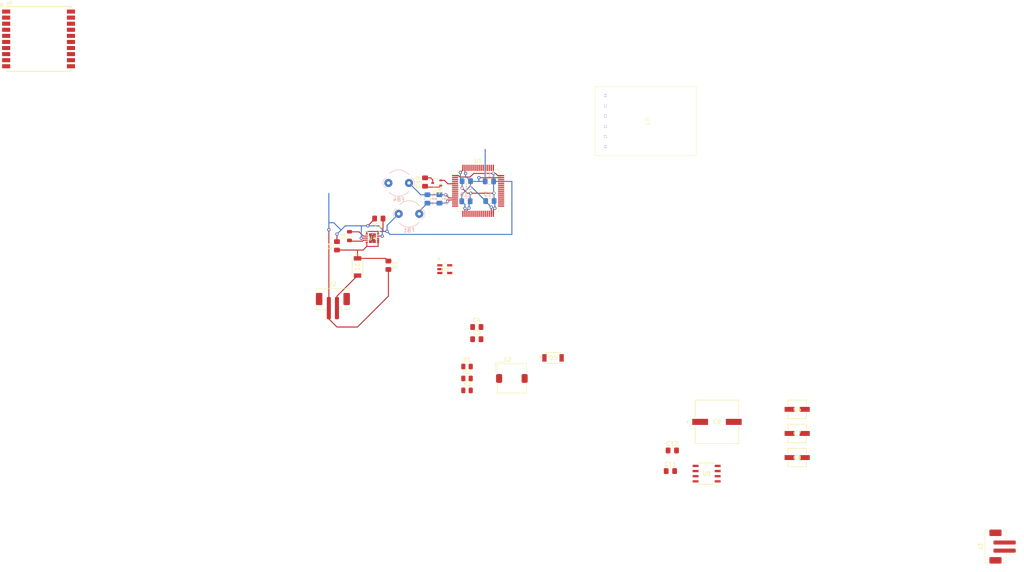
<source format=kicad_pcb>
(kicad_pcb (version 20240108) (generator "pcbnew") (generator_version "8.0")
  (layers (0 "F.Cu" signal) (31 "B.Cu" signal) (34 "B.Paste" user) (35 "F.Paste" user) (36 "B.SilkS" user "B.Silkscreen") (37 "F.SilkS" user "F.Silkscreen") (38 "B.Mask" user) (39 "F.Mask" user) (44 "Edge.Cuts" user))
  (net 0 "")
  (net 1 "Net-(D1-K)")
  (net 2 "VDDA GND Connection")
  (net 3 "Buck-Boost Voltage")
  (net 4 "Net-(D3-K)")
  (net 5 "Net-(U5-FB)")
  (net 6 "Net-(U8-BYPASS)")
  (net 7 "Net-(U8--)")
  (net 8 "Net-(C8-Pad1)")
  (net 9 "Net-(J3-Pin_2)")
  (net 10 "Net-(U1-PA1)")
  (net 11 "Net-(U8-+)")
  (net 12 "VDDA Connection")
  (net 13 "Net-(D1-A)")
  (net 14 "Net-(U4-L1)")
  (net 15 "Net-(U4-L2)")
  (net 16 "Net-(U5-EN)")
  (net 17 "Net-(J8-Pin_1)")
  (net 31 "Net-(U1-PH0)")
  (net 33 "Net-(J6-Pin_1)")
  (net 39 "Net-(U1-PC12)")
  (net 40 "Net-(U1-PA0)")
  (net 43 "Net-(J7-Pin_1)")
  (net 60 "Net-(J5-Pin_1)")
  (net 65 "Net-(U1-PD2)")
  (footprint "Capacitor_SMD:C_0805_2012Metric_Pad1.18x1.45mm_HandSolder" (layer "F.Cu") (at 191.5375 139.7)
    (property "Reference" "C11" (at 0 -1.68 0) (layer "F.SilkS"))
    (property "Value" ".1 uF")
    (pad "1" smd roundrect (at -1.0375 0) (size 1.175 1.45) (layers "F.Cu" "F.Paste" "F.Mask") (roundrect_rratio 0.212766) (net 10 "Net-(U1-PA1)"))
    (pad "2" smd roundrect (at 1.0375 0) (size 1.175 1.45) (layers "F.Cu" "F.Paste" "F.Mask") (roundrect_rratio 0.212766) (net 11 "Net-(U8-+)"))
  )
  (footprint "Connector_JST:JST_PH_B2B-PH-SM4-TB_1x02-1MP_P2.00mm_Vertical" (layer "F.Cu") (at 108.22 98.9791)
    (property "Reference" "J2" (at 0 -5.45 0) (layer "F.SilkS"))
    (property "Value" "Conn_01x02_Pin")
    (pad "1" smd roundrect (at -1 0.5) (size 1 5.5) (layers "F.Cu" "F.Paste" "F.Mask") (net 3 "Buck-Boost Voltage"))
    (pad "2" smd roundrect (at 1 0.5) (size 1 5.5) (layers "F.Cu" "F.Paste" "F.Mask") (net 13 "Net-(D1-A)"))
    (pad "MP" smd roundrect (at -3.4 -1.75) (size 1.6 3) (layers "F.Cu" "F.Paste" "F.Mask") (roundrect_rratio 0.15625))
    (pad "MP" smd roundrect (at 3.4 -1.75) (size 1.6 3) (layers "F.Cu" "F.Paste" "F.Mask") (roundrect_rratio 0.15625))
  )
  (footprint "Capacitor_SMD:C_0805_2012Metric_Pad1.18x1.45mm_HandSolder" (layer "F.Cu") (at 119.55813 77.364045 180)
    (property "Reference" "C2" (at 0 -1.68 360) (layer "F.SilkS"))
    (property "Value" "47 uF, 2.94 mOhms")
    (pad "1" smd roundrect (at -1.0375 0 180) (size 1.175 1.45) (layers "F.Cu" "F.Paste" "F.Mask") (roundrect_rratio 0.212766) (net 3 "Buck-Boost Voltage"))
    (pad "2" smd roundrect (at 1.0375 0 180) (size 1.175 1.45) (layers "F.Cu" "F.Paste" "F.Mask") (roundrect_rratio 0.212766) (net 3 "Buck-Boost Voltage"))
  )
  (footprint "Boost:MF05A" (layer "F.Cu") (at 135.8392 89.8525)
    (property "Reference" "U5" (at 0 0 0) (layer "F.SilkS"))
    (property "Value" "LM2735XMF/NOPB")
    (fp_text user "*" (at -1.4732 -2.1209 0) (layer "F.SilkS"))
    (fp_text user "*" (at -1.4732 -2.1209 0) (layer "F.SilkS"))
    (pad "1" smd rect (at -1.2192 -0.9525) (size 1.27 0.5588) (layers "F.Cu" "F.Paste" "F.Mask") (net 1 "Net-(D1-K)"))
    (pad "2" smd rect (at -1.2192 0) (size 1.27 0.5588) (layers "F.Cu" "F.Paste" "F.Mask") (net 3 "Buck-Boost Voltage"))
    (pad "3" smd rect (at -1.2192 0.9525) (size 1.27 0.5588) (layers "F.Cu" "F.Paste" "F.Mask") (net 5 "Net-(U5-FB)"))
    (pad "4" smd rect (at 1.2192 0.9525) (size 1.27 0.5588) (layers "F.Cu" "F.Paste" "F.Mask") (net 16 "Net-(U5-EN)"))
    (pad "5" smd rect (at 1.2192 -0.9525) (size 1.27 0.5588) (layers "F.Cu" "F.Paste" "F.Mask") (net 1 "Net-(D1-K)"))
  )
  (footprint "STM32 Chip:LQFP-64_10x10mm_P0.5mm" (layer "F.Cu") (at 144.07 70.525)
    (property "Reference" "U1" (at 0 -7.4 0) (layer "F.SilkS"))
    (property "Value" "STM32L476RGTx")
    (pad "1" smd roundrect (at -5.675 -3.75) (size 1.55 0.3) (layers "F.Cu" "F.Paste" "F.Mask") (net 3 "Buck-Boost Voltage"))
    (pad "2" smd roundrect (at -5.675 -3.25) (size 1.55 0.3) (layers "F.Cu" "F.Paste" "F.Mask"))
    (pad "3" smd roundrect (at -5.675 -2.75) (size 1.55 0.3) (layers "F.Cu" "F.Paste" "F.Mask"))
    (pad "4" smd roundrect (at -5.675 -2.25) (size 1.55 0.3) (layers "F.Cu" "F.Paste" "F.Mask"))
    (pad "5" smd roundrect (at -5.675 -1.75) (size 1.55 0.3) (layers "F.Cu" "F.Paste" "F.Mask") (net 31 "Net-(U1-PH0)"))
    (pad "6" smd roundrect (at -5.675 -1.25) (size 1.55 0.3) (layers "F.Cu" "F.Paste" "F.Mask"))
    (pad "7" smd roundrect (at -5.675 -0.75) (size 1.55 0.3) (layers "F.Cu" "F.Paste" "F.Mask") (net 60 "Net-(J5-Pin_1)"))
    (pad "8" smd roundrect (at -5.675 -0.25) (size 1.55 0.3) (layers "F.Cu" "F.Paste" "F.Mask"))
    (pad "9" smd roundrect (at -5.675 0.25) (size 1.55 0.3) (layers "F.Cu" "F.Paste" "F.Mask"))
    (pad "10" smd roundrect (at -5.675 0.75) (size 1.55 0.3) (layers "F.Cu" "F.Paste" "F.Mask"))
    (pad "11" smd roundrect (at -5.675 1.25) (size 1.55 0.3) (layers "F.Cu" "F.Paste" "F.Mask"))
    (pad "12" smd roundrect (at -5.675 1.75) (size 1.55 0.3) (layers "F.Cu" "F.Paste" "F.Mask") (net 2 "VDDA GND Connection"))
    (pad "13" smd roundrect (at -5.675 2.25) (size 1.55 0.3) (layers "F.Cu" "F.Paste" "F.Mask") (net 12 "VDDA Connection"))
    (pad "14" smd roundrect (at -5.675 2.75) (size 1.55 0.3) (layers "F.Cu" "F.Paste" "F.Mask") (net 40 "Net-(U1-PA0)"))
    (pad "15" smd roundrect (at -5.675 3.25) (size 1.55 0.3) (layers "F.Cu" "F.Paste" "F.Mask") (net 10 "Net-(U1-PA1)"))
    (pad "16" smd roundrect (at -5.675 3.75) (size 1.55 0.3) (layers "F.Cu" "F.Paste" "F.Mask"))
    (pad "17" smd roundrect (at -3.75 5.675) (size 0.3 1.55) (layers "F.Cu" "F.Paste" "F.Mask"))
    (pad "18" smd roundrect (at -3.25 5.675) (size 0.3 1.55) (layers "F.Cu" "F.Paste" "F.Mask") (net 3 "Buck-Boost Voltage"))
    (pad "19" smd roundrect (at -2.75 5.675) (size 0.3 1.55) (layers "F.Cu" "F.Paste" "F.Mask") (net 3 "Buck-Boost Voltage"))
    (pad "20" smd roundrect (at -2.25 5.675) (size 0.3 1.55) (layers "F.Cu" "F.Paste" "F.Mask") (net 10 "Net-(U1-PA1)"))
    (pad "21" smd roundrect (at -1.75 5.675) (size 0.3 1.55) (layers "F.Cu" "F.Paste" "F.Mask"))
    (pad "22" smd roundrect (at -1.25 5.675) (size 0.3 1.55) (layers "F.Cu" "F.Paste" "F.Mask"))
    (pad "23" smd roundrect (at -0.75 5.675) (size 0.3 1.55) (layers "F.Cu" "F.Paste" "F.Mask"))
    (pad "24" smd roundrect (at -0.25 5.675) (size 0.3 1.55) (layers "F.Cu" "F.Paste" "F.Mask"))
    (pad "25" smd roundrect (at 0.25 5.675) (size 0.3 1.55) (layers "F.Cu" "F.Paste" "F.Mask"))
    (pad "26" smd roundrect (at 0.75 5.675) (size 0.3 1.55) (layers "F.Cu" "F.Paste" "F.Mask"))
    (pad "27" smd roundrect (at 1.25 5.675) (size 0.3 1.55) (layers "F.Cu" "F.Paste" "F.Mask"))
    (pad "28" smd roundrect (at 1.75 5.675) (size 0.3 1.55) (layers "F.Cu" "F.Paste" "F.Mask"))
    (pad "29" smd roundrect (at 2.25 5.675) (size 0.3 1.55) (layers "F.Cu" "F.Paste" "F.Mask"))
    (pad "30" smd roundrect (at 2.75 5.675) (size 0.3 1.55) (layers "F.Cu" "F.Paste" "F.Mask"))
    (pad "31" smd roundrect (at 3.25 5.675) (size 0.3 1.55) (layers "F.Cu" "F.Paste" "F.Mask") (net 3 "Buck-Boost Voltage"))
    (pad "32" smd roundrect (at 3.75 5.675) (size 0.3 1.55) (layers "F.Cu" "F.Paste" "F.Mask") (net 3 "Buck-Boost Voltage"))
    (pad "33" smd roundrect (at 5.675 3.75) (size 1.55 0.3) (layers "F.Cu" "F.Paste" "F.Mask"))
    (pad "34" smd roundrect (at 5.675 3.25) (size 1.55 0.3) (layers "F.Cu" "F.Paste" "F.Mask"))
    (pad "35" smd roundrect (at 5.675 2.75) (size 1.55 0.3) (layers "F.Cu" "F.Paste" "F.Mask"))
    (pad "36" smd roundrect (at 5.675 2.25) (size 1.55 0.3) (layers "F.Cu" "F.Paste" "F.Mask"))
    (pad "37" smd roundrect (at 5.675 1.75) (size 1.55 0.3) (layers "F.Cu" "F.Paste" "F.Mask"))
    (pad "38" smd roundrect (at 5.675 1.25) (size 1.55 0.3) (layers "F.Cu" "F.Paste" "F.Mask"))
    (pad "39" smd roundrect (at 5.675 0.75) (size 1.55 0.3) (layers "F.Cu" "F.Paste" "F.Mask"))
    (pad "40" smd roundrect (at 5.675 0.25) (size 1.55 0.3) (layers "F.Cu" "F.Paste" "F.Mask"))
    (pad "41" smd roundrect (at 5.675 -0.25) (size 1.55 0.3) (layers "F.Cu" "F.Paste" "F.Mask"))
    (pad "42" smd roundrect (at 5.675 -0.75) (size 1.55 0.3) (layers "F.Cu" "F.Paste" "F.Mask"))
    (pad "43" smd roundrect (at 5.675 -1.25) (size 1.55 0.3) (layers "F.Cu" "F.Paste" "F.Mask"))
    (pad "44" smd roundrect (at 5.675 -1.75) (size 1.55 0.3) (layers "F.Cu" "F.Paste" "F.Mask"))
    (pad "45" smd roundrect (at 5.675 -2.25) (size 1.55 0.3) (layers "F.Cu" "F.Paste" "F.Mask"))
    (pad "46" smd roundrect (at 5.675 -2.75) (size 1.55 0.3) (layers "F.Cu" "F.Paste" "F.Mask") (net 43 "Net-(J7-Pin_1)"))
    (pad "47" smd roundrect (at 5.675 -3.25) (size 1.55 0.3) (layers "F.Cu" "F.Paste" "F.Mask") (net 3 "Buck-Boost Voltage"))
    (pad "48" smd roundrect (at 5.675 -3.75) (size 1.55 0.3) (layers "F.Cu" "F.Paste" "F.Mask") (net 3 "Buck-Boost Voltage"))
    (pad "49" smd roundrect (at 3.75 -5.675) (size 0.3 1.55) (layers "F.Cu" "F.Paste" "F.Mask") (net 17 "Net-(J8-Pin_1)"))
    (pad "50" smd roundrect (at 3.25 -5.675) (size 0.3 1.55) (layers "F.Cu" "F.Paste" "F.Mask"))
    (pad "51" smd roundrect (at 2.75 -5.675) (size 0.3 1.55) (layers "F.Cu" "F.Paste" "F.Mask"))
    (pad "52" smd roundrect (at 2.25 -5.675) (size 0.3 1.55) (layers "F.Cu" "F.Paste" "F.Mask"))
    (pad "53" smd roundrect (at 1.75 -5.675) (size 0.3 1.55) (layers "F.Cu" "F.Paste" "F.Mask") (net 39 "Net-(U1-PC12)"))
    (pad "54" smd roundrect (at 1.25 -5.675) (size 0.3 1.55) (layers "F.Cu" "F.Paste" "F.Mask") (net 65 "Net-(U1-PD2)"))
    (pad "55" smd roundrect (at 0.75 -5.675) (size 0.3 1.55) (layers "F.Cu" "F.Paste" "F.Mask"))
    (pad "56" smd roundrect (at 0.25 -5.675) (size 0.3 1.55) (layers "F.Cu" "F.Paste" "F.Mask"))
    (pad "57" smd roundrect (at -0.25 -5.675) (size 0.3 1.55) (layers "F.Cu" "F.Paste" "F.Mask"))
    (pad "58" smd roundrect (at -0.75 -5.675) (size 0.3 1.55) (layers "F.Cu" "F.Paste" "F.Mask"))
    (pad "59" smd roundrect (at -1.25 -5.675) (size 0.3 1.55) (layers "F.Cu" "F.Paste" "F.Mask"))
    (pad "60" smd roundrect (at -1.75 -5.675) (size 0.3 1.55) (layers "F.Cu" "F.Paste" "F.Mask") (net 33 "Net-(J6-Pin_1)"))
    (pad "61" smd roundrect (at -2.25 -5.675) (size 0.3 1.55) (layers "F.Cu" "F.Paste" "F.Mask"))
    (pad "62" smd roundrect (at -2.75 -5.675) (size 0.3 1.55) (layers "F.Cu" "F.Paste" "F.Mask"))
    (pad "63" smd roundrect (at -3.25 -5.675) (size 0.3 1.55) (layers "F.Cu" "F.Paste" "F.Mask") (net 3 "Buck-Boost Voltage"))
    (pad "64" smd roundrect (at -3.75 -5.675) (size 0.3 1.55) (layers "F.Cu" "F.Paste" "F.Mask") (net 3 "Buck-Boost Voltage"))
  )
  (footprint "Capacitor_SMD:C_0805_2012Metric_Pad1.18x1.45mm_HandSolder" (layer "F.Cu") (at 143.7425 107.15)
    (property "Reference" "C5" (at 0 -1.68 0) (layer "F.SilkS"))
    (property "Value" "22 uF, 1 mOhms")
    (pad "1" smd roundrect (at -1.0375 0) (size 1.175 1.45) (layers "F.Cu" "F.Paste" "F.Mask") (roundrect_rratio 0.212766) (net 4 "Net-(D3-K)"))
    (pad "2" smd roundrect (at 1.0375 0) (size 1.175 1.45) (layers "F.Cu" "F.Paste" "F.Mask") (roundrect_rratio 0.212766) (net 3 "Buck-Boost Voltage"))
  )
  (footprint "LoRa Chip:LoRa Chip" (layer "F.Cu") (at 185.42 53.34 -90)
    (property "Reference" "U3" (at 0 -0.5 -90) (layer "F.SilkS") (effects (font (thickness 0.1))))
    (property "Value" "~")
    (pad "1" thru_hole roundrect (at -6.35 9.96 270) (size 0.64 0.64) (drill 0.64) (layers "*.Cu" "*.Mask") (net 3 "Buck-Boost Voltage"))
    (pad "2" thru_hole roundrect (at -3.81 9.96 270) (size 0.64 0.64) (drill 0.64) (layers "*.Cu" "*.Mask") (net 3 "Buck-Boost Voltage"))
    (pad "3" thru_hole roundrect (at -1.27 9.96 270) (size 0.64 0.64) (drill 0.64) (layers "*.Cu" "*.Mask") (net 39 "Net-(U1-PC12)"))
    (pad "4" thru_hole roundrect (at 1.27 9.96 270) (size 0.64 0.64) (drill 0.64) (layers "*.Cu" "*.Mask") (net 65 "Net-(U1-PD2)"))
    (pad "5" thru_hole roundrect (at 3.81 9.96 270) (size 0.64 0.64) (drill 0.64) (layers "*.Cu" "*.Mask"))
    (pad "6" thru_hole roundrect (at 6.25 9.96 270) (size 0.64 0.64) (drill 0.64) (layers "*.Cu" "*.Mask") (net 3 "Buck-Boost Voltage"))
  )
  (footprint "Resistor_SMD:R_0805_2012Metric" (layer "F.Cu") (at 141.3275 119.79)
    (property "Reference" "R3" (at 0 -1.65 0) (layer "F.SilkS"))
    (property "Value" "30k Ohms")
    (pad "1" smd roundrect (at -0.9125 0) (size 1.025 1.4) (layers "F.Cu" "F.Paste" "F.Mask") (roundrect_rratio 0.243902) (net 5 "Net-(U5-FB)"))
    (pad "2" smd roundrect (at 0.9125 0) (size 1.025 1.4) (layers "F.Cu" "F.Paste" "F.Mask") (roundrect_rratio 0.243902) (net 4 "Net-(D3-K)"))
  )
  (footprint "Polarized Caps (.1 - 100 uF):CAP_UZE_4X3P9_NCH" (layer "F.Cu") (at 222.8342 136.366)
    (property "Reference" "C8" (at 0 0 0) (layer "F.SilkS"))
    (property "Value" ".1 uF")
    (pad "1" smd rect (at -1.8542 0) (size 2.5146 1.2192) (layers "F.Cu" "F.Paste" "F.Mask") (net 8 "Net-(C8-Pad1)"))
    (pad "2" smd rect (at 1.8542 0) (size 2.5146 1.2192) (layers "F.Cu" "F.Paste" "F.Mask") (net 3 "Buck-Boost Voltage"))
  )
  (footprint "Connector_JST:JST_PH_B2B-PH-SM4-TB_1x02-1MP_P2.00mm_Vertical" (layer "F.Cu") (at 273.53 158.34 90)
    (property "Reference" "J3" (at 0 -5.45 90) (layer "F.SilkS"))
    (property "Value" "Conn_01x02_Pin")
    (pad "1" smd roundrect (at -1 0.5 90) (size 1 5.5) (layers "F.Cu" "F.Paste" "F.Mask") (net 3 "Buck-Boost Voltage"))
    (pad "2" smd roundrect (at 1 0.5 90) (size 1 5.5) (layers "F.Cu" "F.Paste" "F.Mask") (net 9 "Net-(J3-Pin_2)"))
    (pad "MP" smd roundrect (at -3.4 -1.75 90) (size 1.6 3) (layers "F.Cu" "F.Paste" "F.Mask") (roundrect_rratio 0.15625))
    (pad "MP" smd roundrect (at 3.4 -1.75 90) (size 1.6 3) (layers "F.Cu" "F.Paste" "F.Mask") (roundrect_rratio 0.15625))
  )
  (footprint "Capacitor_SMD:C_0805_2012Metric_Pad1.18x1.45mm_HandSolder" (layer "F.Cu") (at 130.963698 68.352817 90)
    (property "Reference" "C19" (at 0 -1.68 90) (layer "F.SilkS"))
    (property "Value" ".1 uF")
    (pad "1" smd roundrect (at -1.0375 0 90) (size 1.175 1.45) (layers "F.Cu" "F.Paste" "F.Mask") (roundrect_rratio 0.212766) (net 3 "Buck-Boost Voltage"))
    (pad "2" smd roundrect (at 1.0375 0 90) (size 1.175 1.45) (layers "F.Cu" "F.Paste" "F.Mask") (roundrect_rratio 0.212766) (net 3 "Buck-Boost Voltage"))
  )
  (footprint "Polarized Caps (.1 - 100 uF):CAP_UZE_4X3P9_NCH" (layer "F.Cu") (at 222.8342 124.46)
    (property "Reference" "C6" (at 0 0 0) (layer "F.SilkS"))
    (property "Value" "100 uF")
    (pad "1" smd rect (at -1.8542 0) (size 2.5146 1.2192) (layers "F.Cu" "F.Paste" "F.Mask") (net 6 "Net-(U8-BYPASS)"))
    (pad "2" smd rect (at 1.8542 0) (size 2.5146 1.2192) (layers "F.Cu" "F.Paste" "F.Mask") (net 3 "Buck-Boost Voltage"))
  )
  (footprint "Capacitor_SMD:C_0805_2012Metric_Pad1.18x1.45mm_HandSolder" (layer "F.Cu") (at 121.92 88.9 -90)
    (property "Reference" "C3" (at 0 -1.68 90) (layer "F.SilkS"))
    (property "Value" "10 uF, 3 mOhms")
    (pad "1" smd roundrect (at -1.0375 0 270) (size 1.175 1.45) (layers "F.Cu" "F.Paste" "F.Mask") (roundrect_rratio 0.212766) (net 1 "Net-(D1-K)"))
    (pad "2" smd roundrect (at 1.0375 0 270) (size 1.175 1.45) (layers "F.Cu" "F.Paste" "F.Mask") (roundrect_rratio 0.212766) (net 3 "Buck-Boost Voltage"))
  )
  (footprint "Capacitor_SMD:C_0805_2012Metric_Pad1.18x1.45mm_HandSolder" (layer "F.Cu") (at 109.22 84.099382 90)
    (property "Reference" "C1" (at 0 -1.68 90) (layer "F.SilkS"))
    (property "Value" "10 uF, 1mOhms")
    (pad "1" smd roundrect (at -1.0375 0 90) (size 1.175 1.45) (layers "F.Cu" "F.Paste" "F.Mask") (roundrect_rratio 0.212766) (net 1 "Net-(D1-K)"))
    (pad "2" smd roundrect (at 1.0375 0 90) (size 1.175 1.45) (layers "F.Cu" "F.Paste" "F.Mask") (roundrect_rratio 0.212766) (net 3 "Buck-Boost Voltage"))
  )
  (footprint "Package_TO_SOT_SMD:SOT-323_SC-70" (layer "F.Cu") (at 133.85 68.58 180)
    (property "Reference" "U9" (at -0.05 -2.25 0) (layer "F.SilkS"))
    (property "Value" "MAX7375AXR805")
    (pad "1" smd roundrect (at -1 -0.65 90) (size 0.45 0.7) (layers "F.Cu" "F.Paste" "F.Mask") (net 3 "Buck-Boost Voltage"))
    (pad "2" smd roundrect (at -1 0.65 90) (size 0.45 0.7) (layers "F.Cu" "F.Paste" "F.Mask") (net 31 "Net-(U1-PH0)"))
    (pad "3" smd roundrect (at 1 0 90) (size 0.45 0.7) (layers "F.Cu" "F.Paste" "F.Mask") (net 3 "Buck-Boost Voltage"))
  )
  (footprint "Schottky:Schottky" (layer "F.Cu") (at 114.3 89.3191 -90)
    (property "Reference" "D1" (at 0 0 -90) (layer "F.SilkS"))
    (property "Value" "D")
    (fp_text user "*" (at -3.0353 0 90) (layer "F.SilkS"))
    (fp_text user "*" (at -3.0353 0 -90) (layer "F.SilkS"))
    (pad "1" smd rect (at -2.1209 0 270) (size 1.0668 1.8542) (layers "F.Cu" "F.Paste" "F.Mask") (net 1 "Net-(D1-K)"))
    (pad "2" smd rect (at 2.1209 0 270) (size 1.0668 1.8542) (layers "F.Cu" "F.Paste" "F.Mask") (net 13 "Net-(D1-A)"))
  )
  (footprint "Inductor_SMD:L_TDK_SLF7045" (layer "F.Cu") (at 152.4 116.84)
    (property "Reference" "L2" (at -1 -4.7 0) (layer "F.SilkS"))
    (property "Value" "3.3 uH, 20 Ohm")
    (pad "1" smd roundrect (at -3.15 0) (size 1.5 2.2) (layers "F.Cu" "F.Paste" "F.Mask") (net 1 "Net-(D1-K)"))
    (pad "2" smd roundrect (at 3.15 0) (size 1.5 2.2) (layers "F.Cu" "F.Paste" "F.Mask") (net 1 "Net-(D1-K)"))
  )
  (footprint "Capacitor_SMD:C_0805_2012Metric_Pad1.18x1.45mm_HandSolder" (layer "F.Cu") (at 192.0025 134.62)
    (property "Reference" "C12" (at 0 -1.68 0) (layer "F.SilkS"))
    (property "Value" "100 uF")
    (pad "1" smd roundrect (at -1.0375 0) (size 1.175 1.45) (layers "F.Cu" "F.Paste" "F.Mask") (roundrect_rratio 0.212766) (net 4 "Net-(D3-K)"))
    (pad "2" smd roundrect (at 1.0375 0) (size 1.175 1.45) (layers "F.Cu" "F.Paste" "F.Mask") (roundrect_rratio 0.212766) (net 3 "Buck-Boost Voltage"))
  )
  (footprint "Inductor_SMD:L_0805_2012Metric" (layer "F.Cu") (at 112.311206 81.6991 90)
    (property "Reference" "L1" (at 0 -1.55 90) (layer "F.SilkS"))
    (property "Value" "3.3 uH, 20 mOhms")
    (pad "1" smd roundrect (at -1.0625 0 90) (size 0.875 1.2) (layers "F.Cu" "F.Paste" "F.Mask") (net 14 "Net-(U4-L1)"))
    (pad "2" smd roundrect (at 1.0625 0 90) (size 0.875 1.2) (layers "F.Cu" "F.Paste" "F.Mask") (net 15 "Net-(U4-L2)"))
  )
  (footprint "Resistor_SMD:R_0805_2012Metric" (layer "F.Cu") (at 141.3275 113.89)
    (property "Reference" "R1" (at 0 -1.65 0) (layer "F.SilkS"))
    (property "Value" "10k Ohms")
    (pad "1" smd roundrect (at -0.9125 0) (size 1.025 1.4) (layers "F.Cu" "F.Paste" "F.Mask") (roundrect_rratio 0.243902) (net 1 "Net-(D1-K)"))
    (pad "2" smd roundrect (at 0.9125 0) (size 1.025 1.4) (layers "F.Cu" "F.Paste" "F.Mask") (roundrect_rratio 0.243902) (net 16 "Net-(U5-EN)"))
  )
  (footprint "Schottky:Schottky" (layer "F.Cu") (at 162.56 111.76)
    (property "Reference" "D3" (at 0 0 0) (layer "F.SilkS"))
    (property "Value" "320 mV, 2A")
    (fp_text user "*" (at -3.0353 0 0) (layer "F.SilkS"))
    (fp_text user "*" (at -3.0353 0 0) (layer "F.SilkS"))
    (pad "1" smd rect (at -2.1209 0) (size 1.0668 1.8542) (layers "F.Cu" "F.Paste" "F.Mask") (net 4 "Net-(D3-K)"))
    (pad "2" smd rect (at 2.1209 0) (size 1.0668 1.8542) (layers "F.Cu" "F.Paste" "F.Mask") (net 1 "Net-(D1-K)"))
  )
  (footprint "GPS Module:FGPMMOPA6H" (layer "F.Cu") (at 35.56 33.02)
    (property "Reference" "U2" (at -8 -8.5 0) (layer "F.SilkS") (effects (font (size 0.666496 0.666496) (thickness 0.146304)) (justify left bottom)))
    (property "Value" "FGPMMOPA6H")
    (pad "" np_thru_hole circle (at 0.2 -0.8) (size 3 3) (drill 3) (layers "*.Cu" "*.Mask"))
    (pad "P$1" smd rect (at -8 -6.75) (size 2 1) (layers "F.Cu" "F.Paste" "F.Mask") (net 3 "Buck-Boost Voltage"))
    (pad "P$2" smd rect (at -8 -5.25) (size 2 1) (layers "F.Cu" "F.Paste" "F.Mask"))
    (pad "P$3" smd rect (at -8 -3.75) (size 2 1) (layers "F.Cu" "F.Paste" "F.Mask") (net 3 "Buck-Boost Voltage"))
    (pad "P$4" smd rect (at -8 -2.25) (size 2 1) (layers "F.Cu" "F.Paste" "F.Mask") (net 3 "Buck-Boost Voltage"))
    (pad "P$5" smd rect (at -8 -0.75) (size 2 1) (layers "F.Cu" "F.Paste" "F.Mask"))
    (pad "P$6" smd rect (at -8 0.75) (size 2 1) (layers "F.Cu" "F.Paste" "F.Mask"))
    (pad "P$7" smd rect (at -8 2.25) (size 2 1) (layers "F.Cu" "F.Paste" "F.Mask"))
    (pad "P$8" smd rect (at -8 3.75) (size 2 1) (layers "F.Cu" "F.Paste" "F.Mask") (net 3 "Buck-Boost Voltage"))
    (pad "P$9" smd rect (at -8 5.25) (size 2 1) (layers "F.Cu" "F.Paste" "F.Mask") (net 10 "Net-(U1-PA1)"))
    (pad "P$10" smd rect (at -8 6.75) (size 2 1) (layers "F.Cu" "F.Paste" "F.Mask") (net 40 "Net-(U1-PA0)"))
    (pad "P$11" smd rect (at 8 6.75 180) (size 2 1) (layers "F.Cu" "F.Paste" "F.Mask"))
    (pad "P$12" smd rect (at 8 5.25 180) (size 2 1) (layers "F.Cu" "F.Paste" "F.Mask") (net 3 "Buck-Boost Voltage"))
    (pad "P$13" smd rect (at 8 3.75 180) (size 2 1) (layers "F.Cu" "F.Paste" "F.Mask"))
    (pad "P$14" smd rect (at 8 2.25 180) (size 2 1) (layers "F.Cu" "F.Paste" "F.Mask"))
    (pad "P$15" smd rect (at 8 0.75 180) (size 2 1) (layers "F.Cu" "F.Paste" "F.Mask"))
    (pad "P$16" smd rect (at 8 -0.75 180) (size 2 1) (layers "F.Cu" "F.Paste" "F.Mask"))
    (pad "P$17" smd rect (at 8 -2.25 180) (size 2 1) (layers "F.Cu" "F.Paste" "F.Mask"))
    (pad "P$18" smd rect (at 8 -3.75 180) (size 2 1) (layers "F.Cu" "F.Paste" "F.Mask"))
    (pad "P$19" smd rect (at 8 -5.25 180) (size 2 1) (layers "F.Cu" "F.Paste" "F.Mask") (net 3 "Buck-Boost Voltage"))
    (pad "P$20" smd rect (at 8 -6.75 180) (size 2 1) (layers "F.Cu" "F.Paste" "F.Mask"))
  )
  (footprint "Resistor_SMD:R_0805_2012Metric" (layer "F.Cu") (at 141.3275 116.84)
    (property "Reference" "R2" (at 0 -1.65 0) (layer "F.SilkS"))
    (property "Value" "10k Ohms")
    (pad "1" smd roundrect (at -0.9125 0) (size 1.025 1.4) (layers "F.Cu" "F.Paste" "F.Mask") (roundrect_rratio 0.243902) (net 5 "Net-(U5-FB)"))
    (pad "2" smd roundrect (at 0.9125 0) (size 1.025 1.4) (layers "F.Cu" "F.Paste" "F.Mask") (roundrect_rratio 0.243902) (net 3 "Buck-Boost Voltage"))
  )
  (footprint "Buck-Boost:DRC0010J" (layer "F.Cu") (at 117.98 82.199102)
    (property "Reference" "U4" (at 0 0 0) (layer "F.SilkS"))
    (property "Value" "TPS63001DRCR")
    (pad "1" smd rect (at -1.4 -1.000001 90) (size 0.24 0.599999) (layers "F.Cu" "F.Paste" "F.Mask") (net 3 "Buck-Boost Voltage"))
    (pad "2" smd rect (at -1.4 -0.500002 90) (size 0.24 0.599999) (layers "F.Cu" "F.Paste" "F.Mask") (net 15 "Net-(U4-L2)"))
    (pad "3" smd rect (at -1.4 0 90) (size 0.24 0.599999) (layers "F.Cu" "F.Paste" "F.Mask") (net 3 "Buck-Boost Voltage"))
    (pad "4" smd rect (at -1.4 0.499999 90) (size 0.24 0.599999) (layers "F.Cu" "F.Paste" "F.Mask") (net 14 "Net-(U4-L1)"))
    (pad "5" smd rect (at -1.4 0.999998 90) (size 0.24 0.599999) (layers "F.Cu" "F.Paste" "F.Mask") (net 1 "Net-(D1-K)"))
    (pad "6" smd rect (at 1.4 0.999998 90) (size 0.24 0.599999) (layers "F.Cu" "F.Paste" "F.Mask") (net 1 "Net-(D1-K)"))
    (pad "7" smd rect (at 1.4 0.499999 90) (size 0.24 0.599999) (layers "F.Cu" "F.Paste" "F.Mask") (net 1 "Net-(D1-K)"))
    (pad "8" smd rect (at 1.4 0 90) (size 0.24 0.599999) (layers "F.Cu" "F.Paste" "F.Mask") (net 1 "Net-(D1-K)"))
    (pad "9" smd rect (at 1.4 -0.500002 90) (size 0.24 0.599999) (layers "F.Cu" "F.Paste" "F.Mask") (net 3 "Buck-Boost Voltage"))
    (pad "10" smd rect (at 1.4 -1.000001 90) (size 0.24 0.599999) (layers "F.Cu" "F.Paste" "F.Mask") (net 3 "Buck-Boost Voltage"))
    (pad "11" smd rect (at 0.000003 0) (size 1.649999 2.4) (layers "F.Cu" "F.Mask") (net 3 "Buck-Boost Voltage"))
    (pad "V" thru_hole circle (at -0.575 0) (size 0.499999 0.499999) (drill 0.2032) (layers "*.Cu" "*.Mask"))
    (pad "V" thru_hole circle (at 0 -0.950001) (size 0.499999 0.499999) (drill 0.2032) (layers "*.Cu" "*.Mask"))
    (pad "V" thru_hole circle (at 0 0.950001) (size 0.499999 0.499999) (drill 0.2032) (layers "*.Cu" "*.Mask"))
    (pad "V" thru_hole circle (at 0.575 0) (size 0.499999 0.499999) (drill 0.2032) (layers "*.Cu" "*.Mask"))
  )
  (footprint "Polarized Cap 1000 uF:PCAP_10x10-ELECT_NCA" (layer "F.Cu") (at 203.026 127.5588)
    (property "Reference" "C9" (at 0 0 0) (layer "F.SilkS"))
    (property "Value" "1000 uF")
    (pad "1" smd rect (at -4.1529 0) (size 3.9116 1.4986) (layers "F.Cu" "F.Paste" "F.Mask") (net 8 "Net-(C8-Pad1)"))
    (pad "2" smd rect (at 4.1529 0) (size 3.9116 1.4986) (layers "F.Cu" "F.Paste" "F.Mask") (net 9 "Net-(J3-Pin_2)"))
  )
  (footprint "LM386:LM386" (layer "F.Cu") (at 200.47585 140.335)
    (property "Reference" "U8" (at 0 0 0) (layer "F.SilkS"))
    (property "Value" "LM386")
    (pad "1" smd rect (at -2.72415 -1.905) (size 1.4605 0.5588) (layers "F.Cu" "F.Paste" "F.Mask"))
    (pad "2" smd rect (at -2.72415 -0.635) (size 1.4605 0.5588) (layers "F.Cu" "F.Paste" "F.Mask") (net 7 "Net-(U8--)"))
    (pad "3" smd rect (at -2.72415 0.635) (size 1.4605 0.5588) (layers "F.Cu" "F.Paste" "F.Mask") (net 11 "Net-(U8-+)"))
    (pad "4" smd rect (at -2.72415 1.905) (size 1.4605 0.5588) (layers "F.Cu" "F.Paste" "F.Mask") (net 3 "Buck-Boost Voltage"))
    (pad "5" smd rect (at 2.72415 1.905) (size 1.4605 0.5588) (layers "F.Cu" "F.Paste" "F.Mask") (net 8 "Net-(C8-Pad1)"))
    (pad "6" smd rect (at 2.72415 0.635) (size 1.4605 0.5588) (layers "F.Cu" "F.Paste" "F.Mask") (net 4 "Net-(D3-K)"))
    (pad "7" smd rect (at 2.72415 -0.635) (size 1.4605 0.5588) (layers "F.Cu" "F.Paste" "F.Mask") (net 6 "Net-(U8-BYPASS)"))
    (pad "8" smd rect (at 2.72415 -1.905) (size 1.4605 0.5588) (layers "F.Cu" "F.Paste" "F.Mask"))
  )
  (footprint "Capacitor_SMD:C_0805_2012Metric_Pad1.18x1.45mm_HandSolder" (layer "F.Cu") (at 143.7425 104.14)
    (property "Reference" "C4" (at 0 -1.68 0) (layer "F.SilkS"))
    (property "Value" "1.8 nF")
    (pad "1" smd roundrect (at -1.0375 0) (size 1.175 1.45) (layers "F.Cu" "F.Paste" "F.Mask") (roundrect_rratio 0.212766) (net 5 "Net-(U5-FB)"))
    (pad "2" smd roundrect (at 1.0375 0) (size 1.175 1.45) (layers "F.Cu" "F.Paste" "F.Mask") (roundrect_rratio 0.212766) (net 4 "Net-(D3-K)"))
  )
  (footprint "Polarized Caps (.1 - 100 uF):CAP_UZE_4X3P9_NCH" (layer "F.Cu") (at 222.8342 130.413)
    (property "Reference" "C7" (at 0 0 0) (layer "F.SilkS"))
    (property "Value" ".1 uF")
    (pad "1" smd rect (at -1.8542 0) (size 2.5146 1.2192) (layers "F.Cu" "F.Paste" "F.Mask") (net 7 "Net-(U8--)"))
    (pad "2" smd rect (at 1.8542 0) (size 2.5146 1.2192) (layers "F.Cu" "F.Paste" "F.Mask") (net 3 "Buck-Boost Voltage"))
  )
  (footprint "Capacitor_SMD:C_0805_2012Metric_Pad1.18x1.45mm_HandSolder" (layer "B.Cu") (at 141.152278 68.130224)
    (property "Reference" "C14" (at 0 1.68 360) (layer "B.SilkS") (effects (justify mirror)))
    (property "Value" ".1 uF")
    (pad "1" smd roundrect (at -1.0375 0) (size 1.175 1.45) (layers "B.Cu" "B.Paste" "B.Mask") (roundrect_rratio 0.212766) (net 3 "Buck-Boost Voltage"))
    (pad "2" smd roundrect (at 1.0375 0) (size 1.175 1.45) (layers "B.Cu" "B.Paste" "B.Mask") (roundrect_rratio 0.212766) (net 3 "Buck-Boost Voltage"))
  )
  (footprint "Ferrite_THT:LairdTech_28C0236-0JW-10" (layer "B.Cu") (at 121.92 68.58)
    (property "Reference" "FB4" (at 2.54 4.064 360) (layer "B.SilkS") (effects (justify mirror)))
    (property "Value" "FerriteBead")
    (pad "1" thru_hole circle (at 0 0) (size 2 2) (drill 0.8) (layers "*.Cu" "*.Mask") (net 3 "Buck-Boost Voltage"))
    (pad "2" thru_hole circle (at 5.08 0) (size 2 2) (drill 0.8) (layers "*.Cu" "*.Mask") (net 2 "VDDA GND Connection"))
  )
  (footprint "Capacitor_SMD:C_0805_2012Metric_Pad1.18x1.45mm_HandSolder" (layer "B.Cu") (at 134.523619 72.526119 90)
    (property "Reference" "C16" (at 0 1.68 90) (layer "B.SilkS") (effects (justify mirror)))
    (property "Value" ".01 uF")
    (pad "1" smd roundrect (at -1.0375 0 90) (size 1.175 1.45) (layers "B.Cu" "B.Paste" "B.Mask") (roundrect_rratio 0.212766) (net 12 "VDDA Connection"))
    (pad "2" smd roundrect (at 1.0375 0 90) (size 1.175 1.45) (layers "B.Cu" "B.Paste" "B.Mask") (roundrect_rratio 0.212766) (net 2 "VDDA GND Connection"))
  )
  (footprint "Ferrite_THT:LairdTech_28C0236-0JW-10" (layer "B.Cu") (at 124.46 76.2)
    (property "Reference" "FB1" (at 2.54 4.064 360) (layer "B.SilkS") (effects (justify mirror)))
    (property "Value" "FerriteBead")
    (pad "1" thru_hole circle (at 0 0) (size 2 2) (drill 0.8) (layers "*.Cu" "*.Mask") (net 3 "Buck-Boost Voltage"))
    (pad "2" thru_hole circle (at 5.08 0) (size 2 2) (drill 0.8) (layers "*.Cu" "*.Mask") (net 12 "VDDA Connection"))
  )
  (footprint "Capacitor_SMD:C_0805_2012Metric_Pad1.18x1.45mm_HandSolder" (layer "B.Cu") (at 146.9689 73.040722 180)
    (property "Reference" "C13" (at 0 1.68 360) (layer "B.SilkS") (effects (justify mirror)))
    (property "Value" ".1 uF")
    (pad "1" smd roundrect (at -1.0375 0 180) (size 1.175 1.45) (layers "B.Cu" "B.Paste" "B.Mask") (roundrect_rratio 0.212766) (net 3 "Buck-Boost Voltage"))
    (pad "2" smd roundrect (at 1.0375 0 180) (size 1.175 1.45) (layers "B.Cu" "B.Paste" "B.Mask") (roundrect_rratio 0.212766) (net 3 "Buck-Boost Voltage"))
  )
  (footprint "Capacitor_SMD:C_0805_2012Metric_Pad1.18x1.45mm_HandSolder" (layer "B.Cu") (at 141.06216 73.102681 180)
    (property "Reference" "C10" (at 0 1.68 360) (layer "B.SilkS") (effects (justify mirror)))
    (property "Value" ".1 uF")
    (pad "1" smd roundrect (at -1.0375 0 180) (size 1.175 1.45) (layers "B.Cu" "B.Paste" "B.Mask") (roundrect_rratio 0.212766) (net 3 "Buck-Boost Voltage"))
    (pad "2" smd roundrect (at 1.0375 0 180) (size 1.175 1.45) (layers "B.Cu" "B.Paste" "B.Mask") (roundrect_rratio 0.212766) (net 3 "Buck-Boost Voltage"))
  )
  (footprint "Capacitor_SMD:C_0805_2012Metric_Pad1.18x1.45mm_HandSolder" (layer "B.Cu") (at 146.854687 68.192757 180)
    (property "Reference" "C15" (at 0 1.68 360) (layer "B.SilkS") (effects (justify mirror)))
    (property "Value" "4.7 uF")
    (pad "1" smd roundrect (at -1.0375 0 180) (size 1.175 1.45) (layers "B.Cu" "B.Paste" "B.Mask") (roundrect_rratio 0.212766) (net 3 "Buck-Boost Voltage"))
    (pad "2" smd roundrect (at 1.0375 0 180) (size 1.175 1.45) (layers "B.Cu" "B.Paste" "B.Mask") (roundrect_rratio 0.212766) (net 3 "Buck-Boost Voltage"))
  )
  (footprint "Capacitor_SMD:C_0805_2012Metric_Pad1.18x1.45mm_HandSolder" (layer "B.Cu") (at 131.55335 72.528941 90)
    (property "Reference" "C17" (at 0 1.68 90) (layer "B.SilkS") (effects (justify mirror)))
    (property "Value" "1 uF")
    (pad "1" smd roundrect (at -1.0375 0 90) (size 1.175 1.45) (layers "B.Cu" "B.Paste" "B.Mask") (roundrect_rratio 0.212766) (net 12 "VDDA Connection"))
    (pad "2" smd roundrect (at 1.0375 0 90) (size 1.175 1.45) (layers "B.Cu" "B.Paste" "B.Mask") (roundrect_rratio 0.212766) (net 2 "VDDA GND Connection"))
  )
  (segment (start 114.3 85.136882) (end 109.22 85.136882) (width 0.25) (layer "F.Cu") (net 1))
  (segment (start 116.58 84.2391) (end 116.58 83.1991) (width 0.25) (layer "F.Cu") (net 1))
  (segment (start 121.92 87.8625) (end 121.2557 87.1982) (width 0.25) (layer "F.Cu") (net 1))
  (segment (start 116.58 84.2391) (end 115.682218 85.136882) (width 0.25) (layer "F.Cu") (net 1))
  (segment (start 119.38 83.1991) (end 119.38 82.199102) (width 0.25) (layer "F.Cu") (net 1))
  (segment (start 119.38 84.2391) (end 119.38 83.1991) (width 0.25) (layer "F.Cu") (net 1))
  (segment (start 114.3 87.1982) (end 114.3 85.136882) (width 0.25) (layer "F.Cu") (net 1))
  (segment (start 121.2557 87.1982) (end 114.3 87.1982) (width 0.25) (layer "F.Cu") (net 1))
  (segment (start 116.58 84.2391) (end 119.38 84.2391) (width 0.25) (layer "F.Cu") (net 1))
  (segment (start 119.38 82.699101) (end 119.38 83.1991) (width 0.25) (layer "F.Cu") (net 1))
  (segment (start 115.682218 85.136882) (end 114.3 85.136882) (width 0.25) (layer "F.Cu") (net 1))
  (segment (start 136.855837 72.275) (end 136.069456 71.488619) (width 0.25) (layer "F.Cu") (net 2))
  (segment (start 138.395 72.275) (end 136.855837 72.275) (width 0.25) (layer "F.Cu") (net 2))
  (via (at 136.069456 71.488619) (size 0.8) (drill 0.4) (layers "F.Cu" "B.Cu") (net 2))
  (segment (start 127 68.58) (end 129.911441 71.491441) (width 0.25) (layer "B.Cu") (net 2))
  (segment (start 129.911441 71.491441) (end 131.55335 71.491441) (width 0.25) (layer "B.Cu") (net 2))
  (segment (start 131.55335 71.491441) (end 134.520797 71.491441) (width 0.25) (layer "B.Cu") (net 2))
  (segment (start 134.520797 71.491441) (end 134.523619 71.488619) (width 0.25) (layer "B.Cu") (net 2))
  (segment (start 136.069456 71.488619) (end 136.072589 71.491752) (width 0.25) (layer "B.Cu") (net 2))
  (segment (start 134.523619 71.488619) (end 136.069456 71.488619) (width 0.25) (layer "B.Cu") (net 2))
  (segment (start 142.434381 66.775) (end 142.984382 66.224999) (width 0.25) (layer "F.Cu") (net 3))
  (segment (start 147.981204 71.119999) (end 147.981203 71.12) (width 0.25) (layer "F.Cu") (net 3))
  (segment (start 147.82 75.208918) (end 148.205781 74.823137) (width 0.25) (layer "F.Cu") (net 3))
  (segment (start 148.370443 66.224999) (end 148.920444 66.775) (width 0.25) (layer "F.Cu") (net 3))
  (segment (start 109.218757 81.213445) (end 109.22 81.214688) (width 0.25) (layer "F.Cu") (net 3))
  (segment (start 147.831937 66.224999) (end 148.370443 66.224999) (width 0.25) (layer "F.Cu") (net 3))
  (segment (start 116.57579 80.542796) (end 119.370821 80.542796) (width 0.25) (layer "F.Cu") (net 3))
  (segment (start 119.38 81.6991) (end 120.396322 81.6991) (width 0.25) (layer "F.Cu") (net 3))
  (segment (start 120.605096 80.536494) (end 121.589553 80.536494) (width 0.25) (layer "F.Cu") (net 3))
  (segment (start 119.37541 80.538207) (end 119.38 80.542797) (width 0.25) (layer "F.Cu") (net 3))
  (segment (start 138.395 66.775) (end 139.237764 66.775) (width 0.25) (layer "F.Cu") (net 3))
  (segment (start 118.52063 77.364045) (end 118.52063 77.47847) (width 0.25) (layer "F.Cu") (net 3))
  (segment (start 141.32 76.2) (end 141.32 75.275003) (width 0.25) (layer "F.Cu") (net 3))
  (segment (start 116.58 81.199101) (end 116.58 80.547006) (width 0.25) (layer "F.Cu") (net 3))
  (segment (start 121.92 96.52) (end 114.3 104.14) (width 0.25) (layer "F.Cu") (net 3))
  (segment (start 118.52063 77.47847) (end 116.84 79.1591) (width 0.25) (layer "F.Cu") (net 3))
  (segment (start 148.920444 66.775) (end 149.745 66.775) (width 0.25) (layer "F.Cu") (net 3))
  (segment (start 147.32 76.2) (end 147.32 74.552354) (width 0.25) (layer "F.Cu") (net 3))
  (segment (start 109.22 81.214688) (end 109.22 83.061882) (width 0.25) (layer "F.Cu") (net 3))
  (segment (start 115.267065 82.199102) (end 116.58 82.199102) (width 0.25) (layer "F.Cu") (net 3))
  (segment (start 115.23876 82.227407) (end 115.267065 82.199102) (width 0.25) (layer "F.Cu") (net 3))
  (segment (start 119.386303 80.536494) (end 120.605096 80.536494) (width 0.25) (layer "F.Cu") (net 3))
  (segment (start 140.969773 66.257238) (end 140.82 66.107465) (width 0.25) (layer "F.Cu") (net 3))
  (segment (start 121.92 89.9375) (end 121.92 96.52) (width 0.25) (layer "F.Cu") (net 3))
  (segment (start 119.38 80.542797) (end 119.38 81.199101) (width 0.25) (layer "F.Cu") (net 3))
  (segment (start 139.237764 66.775) (end 139.578246 67.115482) (width 0.25) (layer "F.Cu") (net 3))
  (segment (start 119.38 80.542797) (end 119.386303 80.536494) (width 0.25) (layer "F.Cu") (net 3))
  (segment (start 141.397291 71.12) (end 142.24 71.12) (width 0.25) (layer "F.Cu") (net 3))
  (segment (start 140.32 65.380223) (end 140.32 64.85) (width 0.25) (layer "F.Cu") (net 3))
  (segment (start 107.22 102.14) (end 107.22 99.4791) (width 0.25) (layer "F.Cu") (net 3))
  (segment (start 134.4625 69.6175) (end 134.85 69.23) (width 0.25) (layer "F.Cu") (net 3))
  (segment (start 140.114778 69.837487) (end 141.397291 71.12) (width 0.25) (layer "F.Cu") (net 3))
  (segment (start 140.82 76.2) (end 140.82 74.84227) (width 0.25) (layer "F.Cu") (net 3))
  (segment (start 147.981203 71.12) (end 142.24 71.12) (width 0.25) (layer "F.Cu") (net 3))
  (segment (start 132.85 68.58) (end 132.85 67.78804) (width 0.25) (layer "F.Cu") (net 3))
  (segment (start 142.071262 67.115482) (end 142.411744 66.775) (width 0.25) (layer "F.Cu") (net 3))
  (segment (start 149.745 67.275) (end 144.266919 67.275) (width 0.25) (layer "F.Cu") (net 3))
  (segment (start 142.411744 66.775) (end 142.434381 66.775) (width 0.25) (layer "F.Cu") (net 3))
  (segment (start 142.984382 66.224999) (end 147.831937 66.224999) (width 0.25) (layer "F.Cu") (net 3))
  (segment (start 147.82 76.2) (end 147.82 75.208918) (width 0.25) (layer "F.Cu") (net 3))
  (segment (start 120.59563 77.364045) (end 120.59563 80.527028) (width 0.25) (layer "F.Cu") (net 3))
  (segment (start 139.578246 67.115482) (end 142.071262 67.115482) (width 0.25) (layer "F.Cu") (net 3))
  (segment (start 120.396322 81.6991) (end 120.405762 81.70854) (width 0.25) (layer "F.Cu") (net 3))
  (segment (start 120.59563 80.527028) (end 120.605096 80.536494) (width 0.25) (layer "F.Cu") (net 3))
  (segment (start 116.58 80.547006) (end 116.57579 80.542796) (width 0.25) (layer "F.Cu") (net 3))
  (segment (start 109.22 104.14) (end 107.22 102.14) (width 0.25) (layer "F.Cu") (net 3))
  (segment (start 107.22 99.4791) (end 107.22 80.1291) (width 0.25) (layer "F.Cu") (net 3))
  (segment (start 140.82 66.107465) (end 140.82 64.85) (width 0.25) (layer "F.Cu") (net 3))
  (segment (start 139.7 66.000223) (end 140.32 65.380223) (width 0.25) (layer "F.Cu") (net 3))
  (segment (start 141.32 75.275003) (end 141.820056 74.774947) (width 0.25) (layer "F.Cu") (net 3))
  (segment (start 132.377277 67.315317) (end 130.963698 67.315317) (width 0.25) (layer "F.Cu") (net 3))
  (segment (start 119.370821 80.542796) (end 119.37541 80.538207) (width 0.25) (layer "F.Cu") (net 3))
  (segment (start 140.814947 74.837217) (end 140.82 74.84227) (width 0.25) (layer "F.Cu") (net 3))
  (segment (start 131.190881 69.6175) (end 134.4625 69.6175) (width 0.25) (layer "F.Cu") (net 3))
  (segment (start 130.963698 69.390317) (end 131.190881 69.6175) (width 0.25) (layer "F.Cu") (net 3))
  (segment (start 144.25617 67.285749) (end 144.266919 67.275) (width 0.25) (layer "F.Cu") (net 3))
  (segment (start 114.3 104.14) (end 109.22 104.14) (width 0.25) (layer "F.Cu") (net 3))
  (segment (start 132.85 67.78804) (end 132.377277 67.315317) (width 0.25) (layer "F.Cu") (net 3))
  (via (at 115.23876 82.227407) (size 0.8) (drill 0.4) (layers "F.Cu" "B.Cu") (net 3))
  (via (at 147.32 74.552354) (size 0.8) (drill 0.4) (layers "F.Cu" "B.Cu") (net 3))
  (via (at 140.114778 69.837487) (size 0.8) (drill 0.4) (layers "F.Cu" "B.Cu") (net 3))
  (via (at 148.205781 74.823137) (size 0.8) (drill 0.4) (layers "F.Cu" "B.Cu") (net 3))
  (via (at 120.405762 81.70854) (size 0.8) (drill 0.4) (layers "F.Cu" "B.Cu") (net 3))
  (via (at 144.25617 67.285749) (size 0.8) (drill 0.4) (layers "F.Cu" "B.Cu") (net 3))
  (via (at 116.84 79.1591) (size 0.8) (drill 0.4) (layers "F.Cu" "B.Cu") (net 3))
  (via (at 107.22 80.1291) (size 0.8) (drill 0.4) (layers "F.Cu" "B.Cu") (net 3))
  (via (at 141.820056 74.774947) (size 0.8) (drill 0.4) (layers "F.Cu" "B.Cu") (net 3))
  (via (at 121.589553 80.536494) (size 0.8) (drill 0.4) (layers "F.Cu" "B.Cu") (net 3))
  (via (at 147.981204 71.119999) (size 0.8) (drill 0.4) (layers "F.Cu" "B.Cu") (net 3))
  (via (at 140.82 74.84227) (size 0.8) (drill 0.4) (layers "F.Cu" "B.Cu") (net 3))
  (via (at 139.7 66.000223) (size 0.8) (drill 0.4) (layers "F.Cu" "B.Cu") (net 3))
  (via (at 142.24 71.12) (size 0.8) (drill 0.4) (layers "F.Cu" "B.Cu") (net 3))
  (via (at 147.831937 66.224999) (size 0.8) (drill 0.4) (layers "F.Cu" "B.Cu") (net 3))
  (via (at 109.218757 81.213445) (size 0.8) (drill 0.4) (layers "F.Cu" "B.Cu") (net 3))
  (via (at 140.969773 66.257238) (size 0.8) (drill 0.4) (layers "F.Cu" "B.Cu") (net 3))
  (segment (start 147.892187 66.285249) (end 147.892187 68.192757) (width 0.25) (layer "B.Cu") (net 3))
  (segment (start 108.430967 78.393783) (end 110.234693 80.197509) (width 0.25) (layer "B.Cu") (net 3))
  (segment (start 142.189778 68.085526) (end 142.10346 67.999208) (width 0.25) (layer "B.Cu") (net 3))
  (segment (start 110.234693 80.197509) (end 111.273102 79.1591) (width 0.25) (layer "B.Cu") (net 3))
  (segment (start 141.820056 73.382285) (end 142.09966 73.102681) (width 0.25) (layer "B.Cu") (net 3))
  (segment (start 142.189778 69.304572) (end 142.189778 68.130224) (width 0.25) (layer "B.Cu") (net 3))
  (segment (start 122.333059 81.28) (end 152.4 81.28) (width 0.25) (layer "B.Cu") (net 3))
  (segment (start 148.205781 73.240103) (end 148.205781 74.823137) (width 0.25) (layer "B.Cu") (net 3))
  (segment (start 144.25617 67.285749) (end 144.25617 68.18494) (width 0.25) (layer "B.Cu") (net 3))
  (segment (start 121.589553 80.536494) (end 122.333059 81.28) (width 0.25) (layer "B.Cu") (net 3))
  (segment (start 140.969773 66.257238) (end 140.969773 66.910219) (width 0.25) (layer "B.Cu") (net 3))
  (segment (start 144.263987 68.192757) (end 142.252311 68.192757) (width 0.25) (layer "B.Cu") (net 3))
  (segment (start 109.218757 81.213445) (end 110.234693 80.197509) (width 0.25) (layer "B.Cu") (net 3))
  (segment (start 147.892187 68.192757) (end 147.892187 71.030982) (width 0.25) (layer "B.Cu") (net 3))
  (segment (start 152.4 81.28) (end 152.4 68.192757) (width 0.25) (layer "B.Cu") (net 3))
  (segment (start 121.589553 79.070447) (end 124.46 76.2) (width 0.25) (layer "B.Cu") (net 3))
  (segment (start 148.0064 73.040722) (end 148.213551 72.833571) (width 0.25) (layer "B.Cu") (net 3))
  (segment (start 142.09966 73.102681) (end 142.09966 73.51966) (width 0.25) (layer "B.Cu") (net 3))
  (segment (start 140.02466 73.102681) (end 140.02466 71.46969) (width 0.25) (layer "B.Cu") (net 3))
  (segment (start 148.0064 73.040722) (end 148.0064 71.145195) (width 0.25) (layer "B.Cu") (net 3))
  (segment (start 140.114778 68.130224) (end 140.114778 69.837487) (width 0.25) (layer "B.Cu") (net 3))
  (segment (start 140.114778 69.837487) (end 140.10211 69.850155) (width 0.25) (layer "B.Cu") (net 3))
  (segment (start 120.405762 80.021883) (end 119.542979 79.1591) (width 0.25) (layer "B.Cu") (net 3))
  (segment (start 120.405762 81.70854) (end 120.405762 80.021883) (width 0.25) (layer "B.Cu") (net 3))
  (segment (start 142.252311 68.192757) (end 142.189778 68.130224) (width 0.25) (layer "B.Cu") (net 3))
  (segment (start 148.0064 71.145195) (end 147.981204 71.119999) (width 0.25) (layer "B.Cu") (net 3))
  (segment (start 140.82 74.84227) (end 140.82 73.898021) (width 0.25) (layer "B.Cu") (net 3))
  (segment (start 142.09966 73.102681) (end 142.09966 71.26034) (width 0.25) (layer "B.Cu") (net 3))
  (segment (start 141.820056 74.774947) (end 141.820056 73.382285) (width 0.25) (layer "B.Cu") (net 3))
  (segment (start 140.82 73.898021) (end 140.02466 73.102681) (width 0.25) (layer "B.Cu") (net 3))
  (segment (start 140.02466 71.46969) (end 142.189778 69.304572) (width 0.25) (layer "B.Cu") (net 3))
  (segment (start 116.84 79.1591) (end 115.23876 79.1591) (width 0.25) (layer "B.Cu") (net 3))
  (segment (start 119.542979 79.1591) (end 116.84 79.1591) (width 0.25) (layer "B.Cu") (net 3))
  (segment (start 144.25617 68.18494) (end 144.263987 68.192757) (width 0.25) (layer "B.Cu") (net 3))
  (segment (start 139.7 66.000223) (end 139.7 67.715446) (width 0.25) (layer "B.Cu") (net 3))
  (segment (start 140.969773 66.910219) (end 142.189778 68.130224) (width 0.25) (layer "B.Cu") (net 3))
  (segment (start 145.9314 73.040722) (end 145.9314 73.163754) (width 0.25) (layer "B.Cu") (net 3))
  (segment (start 111.273102 79.1591) (end 115.23876 79.1591) (width 0.25) (layer "B.Cu") (net 3))
  (segment (start 115.23876 82.227407) (end 115.23876 79.1591) (width 0.25) (layer "B.Cu") (net 3))
  (segment (start 147.892187 71.030982) (end 147.981204 71.119999) (width 0.25) (layer "B.Cu") (net 3))
  (segment (start 148.0064 73.040722) (end 148.205781 73.240103) (width 0.25) (layer "B.Cu") (net 3))
  (segment (start 139.7 67.715446) (end 140.114778 68.130224) (width 0.25) (layer "B.Cu") (net 3))
  (segment (start 145.817187 60.385948) (end 145.770717 60.339478) (width 0.25) (layer "B.Cu") (net 3))
  (segment (start 142.24 71.12) (end 142.09966 71.26034) (width 0.25) (layer "B.Cu") (net 3))
  (segment (start 145.817187 68.192757) (end 145.817187 60.385948) (width 0.25) (layer "B.Cu") (net 3))
  (segment (start 145.925928 73.040722) (end 142.189778 69.304572) (width 0.25) (layer "B.Cu") (net 3))
  (segment (start 107.22 71.1491) (end 107.22 78.393783) (width 0.25) (layer "B.Cu") (net 3))
  (segment (start 107.22 78.393783) (end 108.430967 78.393783) (width 0.25) (layer "B.Cu") (net 3))
  (segment (start 121.589553 80.536494) (end 121.589553 79.070447) (width 0.25) (layer "B.Cu") (net 3))
  (segment (start 147.707243 68.192757) (end 152.4 68.192757) (width 0.25) (layer "B.Cu") (net 3))
  (segment (start 145.817187 68.192757) (end 144.263987 68.192757) (width 0.25) (layer "B.Cu") (net 3))
  (segment (start 145.9314 73.040722) (end 145.925928 73.040722) (width 0.25) (layer "B.Cu") (net 3))
  (segment (start 147.892187 68.192757) (end 147.707243 68.192757) (width 0.25) (layer "B.Cu") (net 3))
  (segment (start 145.9314 73.163754) (end 147.32 74.552354) (width 0.25) (layer "B.Cu") (net 3))
  (segment (start 147.831937 66.224999) (end 147.892187 66.285249) (width 0.25) (layer "B.Cu") (net 3))
  (segment (start 107.22 78.393783) (end 107.22 80.1291) (width 0.25) (layer "B.Cu") (net 3))
  (segment (start 136.535093 73.087037) (end 136.84713 72.775) (width 0.25) (layer "F.Cu") (net 12))
  (segment (start 136.84713 72.775) (end 138.395 72.775) (width 0.25) (layer "F.Cu") (net 12))
  (via (at 136.535093 73.087037) (size 0.8) (drill 0.4) (layers "F.Cu" "B.Cu") (net 12))
  (segment (start 129.54 76.2) (end 129.54 75.579791) (width 0.25) (layer "B.Cu") (net 12))
  (segment (start 136.535093 73.087037) (end 136.535093 73.101426) (width 0.25) (layer "B.Cu") (net 12))
  (segment (start 134.520797 73.566441) (end 134.523619 73.563619) (width 0.25) (layer "B.Cu") (net 12))
  (segment (start 136.535093 73.101426) (end 136.065705 73.570814) (width 0.25) (layer "B.Cu") (net 12))
  (segment (start 136.058511 73.563619) (end 136.535093 73.087037) (width 0.25) (layer "B.Cu") (net 12))
  (segment (start 131.55335 73.566441) (end 134.520797 73.566441) (width 0.25) (layer "B.Cu") (net 12))
  (segment (start 129.54 75.579791) (end 131.55335 73.566441) (width 0.25) (layer "B.Cu") (net 12))
  (segment (start 134.523619 73.563619) (end 136.058511 73.563619) (width 0.25) (layer "B.Cu") (net 12))
  (segment (start 109.22 99.4791) (end 109.22 96.52) (width 0.25) (layer "F.Cu") (net 13))
  (segment (start 109.22 96.52) (end 114.3 91.44) (width 0.25) (layer "F.Cu") (net 13))
  (segment (start 112.502013 82.952407) (end 112.311206 82.7616) (width 0.25) (layer "F.Cu") (net 14))
  (segment (start 115.539065 82.952407) (end 112.502013 82.952407) (width 0.25) (layer "F.Cu") (net 14))
  (segment (start 116.58 82.699101) (end 115.792371 82.699101) (width 0.25) (layer "F.Cu") (net 14))
  (segment (start 115.792371 82.699101) (end 115.539065 82.952407) (width 0.25) (layer "F.Cu") (net 14))
  (segment (start 115.735758 81.6991) (end 114.673258 80.6366) (width 0.25) (layer "F.Cu") (net 15))
  (segment (start 114.673258 80.6366) (end 112.311206 80.6366) (width 0.25) (layer "F.Cu") (net 15))
  (segment (start 116.58 81.6991) (end 115.735758 81.6991) (width 0.25) (layer "F.Cu") (net 15))
  (segment (start 134.85 67.93) (end 135.74 67.93) (width 0.25) (layer "F.Cu") (net 31))
  (segment (start 135.74 67.93) (end 136.585 68.775) (width 0.25) (layer "F.Cu") (net 31))
  (segment (start 136.585 68.775) (end 138.395 68.775) (width 0.25) (layer "F.Cu") (net 31))
)
</source>
